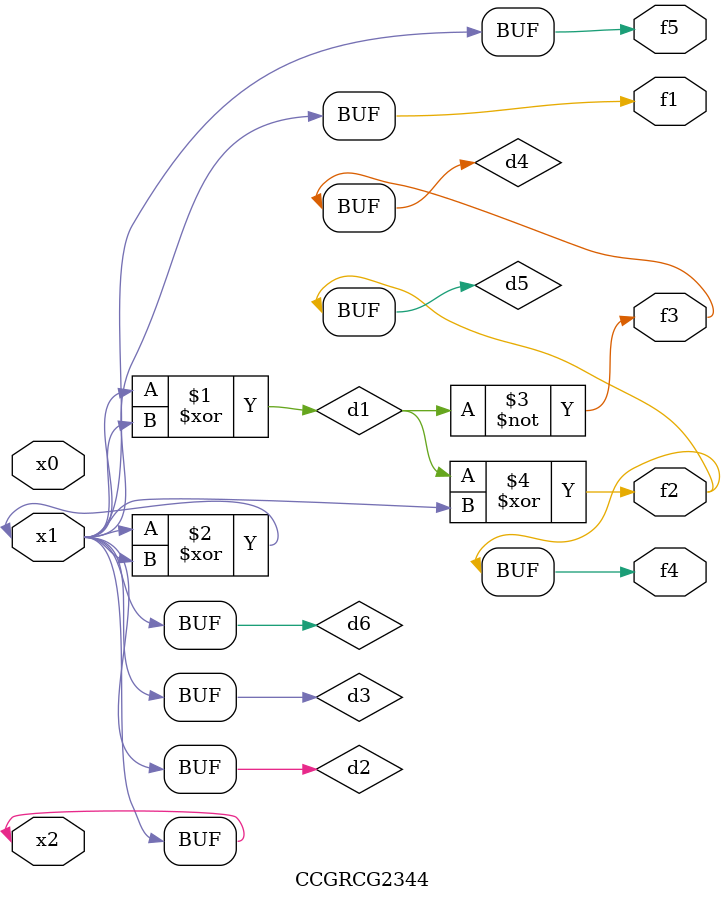
<source format=v>
module CCGRCG2344(
	input x0, x1, x2,
	output f1, f2, f3, f4, f5
);

	wire d1, d2, d3, d4, d5, d6;

	xor (d1, x1, x2);
	buf (d2, x1, x2);
	xor (d3, x1, x2);
	nor (d4, d1);
	xor (d5, d1, d2);
	buf (d6, d2, d3);
	assign f1 = d6;
	assign f2 = d5;
	assign f3 = d4;
	assign f4 = d5;
	assign f5 = d6;
endmodule

</source>
